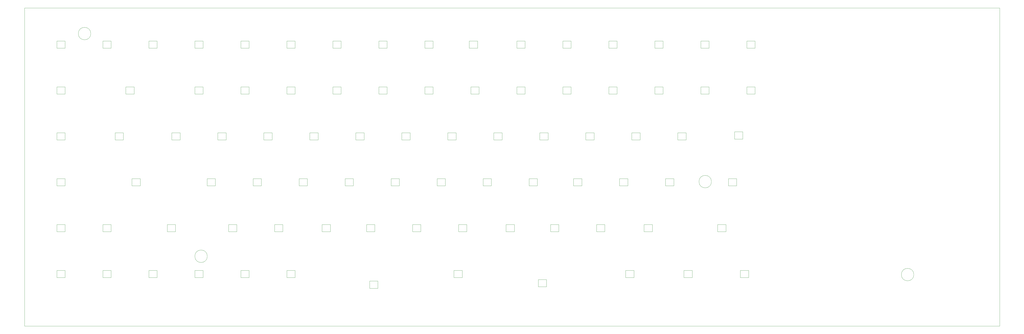
<source format=gm1>
%TF.GenerationSoftware,KiCad,Pcbnew,(5.1.12)-1*%
%TF.CreationDate,2022-01-08T21:51:44+01:00*%
%TF.ProjectId,OLEDUKEY,4f4c4544-554b-4455-992e-6b696361645f,rev?*%
%TF.SameCoordinates,Original*%
%TF.FileFunction,Profile,NP*%
%FSLAX46Y46*%
G04 Gerber Fmt 4.6, Leading zero omitted, Abs format (unit mm)*
G04 Created by KiCad (PCBNEW (5.1.12)-1) date 2022-01-08 21:51:44*
%MOMM*%
%LPD*%
G01*
G04 APERTURE LIST*
%TA.AperFunction,Profile*%
%ADD10C,0.050000*%
%TD*%
%TA.AperFunction,Profile*%
%ADD11C,0.120000*%
%TD*%
G04 APERTURE END LIST*
D10*
X-40640000Y-96520000D02*
X363220000Y-96520000D01*
X-40640000Y35560000D02*
X-40640000Y-96520000D01*
X363220000Y35560000D02*
X-40640000Y35560000D01*
X363220000Y-96520000D02*
X363220000Y35560000D01*
X-13157698Y24892000D02*
G75*
G03*
X-13157698Y24892000I-2590302J0D01*
G01*
X327710302Y-75184000D02*
G75*
G03*
X327710302Y-75184000I-2590302J0D01*
G01*
X243890302Y-36576000D02*
G75*
G03*
X243890302Y-36576000I-2590302J0D01*
G01*
X35102302Y-67564000D02*
G75*
G03*
X35102302Y-67564000I-2590302J0D01*
G01*
D11*
%TO.C,D386*%
X259253140Y-76410332D02*
X255853140Y-76410332D01*
X255853140Y-76410332D02*
X255853140Y-73410332D01*
X259253140Y-73410332D02*
X259253140Y-76410332D01*
X255853140Y-73410332D02*
X259253140Y-73410332D01*
%TO.C,D385*%
X235888000Y-76430000D02*
X232488000Y-76430000D01*
X232488000Y-76430000D02*
X232488000Y-73430000D01*
X235888000Y-73430000D02*
X235888000Y-76430000D01*
X232488000Y-73430000D02*
X235888000Y-73430000D01*
%TO.C,D384*%
X211758000Y-76430000D02*
X208358000Y-76430000D01*
X208358000Y-76430000D02*
X208358000Y-73430000D01*
X211758000Y-73430000D02*
X211758000Y-76430000D01*
X208358000Y-73430000D02*
X211758000Y-73430000D01*
%TO.C,D383*%
X175563000Y-80240000D02*
X172163000Y-80240000D01*
X172163000Y-80240000D02*
X172163000Y-77240000D01*
X175563000Y-77240000D02*
X175563000Y-80240000D01*
X172163000Y-77240000D02*
X175563000Y-77240000D01*
%TO.C,D382*%
X140638000Y-76430000D02*
X137238000Y-76430000D01*
X137238000Y-76430000D02*
X137238000Y-73430000D01*
X140638000Y-73430000D02*
X140638000Y-76430000D01*
X137238000Y-73430000D02*
X140638000Y-73430000D01*
%TO.C,D381*%
X105713000Y-80875000D02*
X102313000Y-80875000D01*
X102313000Y-80875000D02*
X102313000Y-77875000D01*
X105713000Y-77875000D02*
X105713000Y-80875000D01*
X102313000Y-77875000D02*
X105713000Y-77875000D01*
%TO.C,D380*%
X71423000Y-76430000D02*
X68023000Y-76430000D01*
X68023000Y-76430000D02*
X68023000Y-73430000D01*
X71423000Y-73430000D02*
X71423000Y-76430000D01*
X68023000Y-73430000D02*
X71423000Y-73430000D01*
%TO.C,D379*%
X52373000Y-76430000D02*
X48973000Y-76430000D01*
X48973000Y-76430000D02*
X48973000Y-73430000D01*
X52373000Y-73430000D02*
X52373000Y-76430000D01*
X48973000Y-73430000D02*
X52373000Y-73430000D01*
%TO.C,D378*%
X33323000Y-76430000D02*
X29923000Y-76430000D01*
X29923000Y-76430000D02*
X29923000Y-73430000D01*
X33323000Y-73430000D02*
X33323000Y-76430000D01*
X29923000Y-73430000D02*
X33323000Y-73430000D01*
%TO.C,D377*%
X14273000Y-76430000D02*
X10873000Y-76430000D01*
X10873000Y-76430000D02*
X10873000Y-73430000D01*
X14273000Y-73430000D02*
X14273000Y-76430000D01*
X10873000Y-73430000D02*
X14273000Y-73430000D01*
%TO.C,D376*%
X-4777000Y-76430000D02*
X-8177000Y-76430000D01*
X-8177000Y-76430000D02*
X-8177000Y-73430000D01*
X-4777000Y-73430000D02*
X-4777000Y-76430000D01*
X-8177000Y-73430000D02*
X-4777000Y-73430000D01*
%TO.C,D375*%
X-23827000Y-76430000D02*
X-27227000Y-76430000D01*
X-27227000Y-76430000D02*
X-27227000Y-73430000D01*
X-23827000Y-73430000D02*
X-23827000Y-76430000D01*
X-27227000Y-73430000D02*
X-23827000Y-73430000D01*
%TO.C,D374*%
X-23827000Y-57380000D02*
X-27227000Y-57380000D01*
X-27227000Y-57380000D02*
X-27227000Y-54380000D01*
X-23827000Y-54380000D02*
X-23827000Y-57380000D01*
X-27227000Y-54380000D02*
X-23827000Y-54380000D01*
%TO.C,D373*%
X-4777000Y-57380000D02*
X-8177000Y-57380000D01*
X-8177000Y-57380000D02*
X-8177000Y-54380000D01*
X-4777000Y-54380000D02*
X-4777000Y-57380000D01*
X-8177000Y-54380000D02*
X-4777000Y-54380000D01*
%TO.C,D372*%
X21893000Y-57380000D02*
X18493000Y-57380000D01*
X18493000Y-57380000D02*
X18493000Y-54380000D01*
X21893000Y-54380000D02*
X21893000Y-57380000D01*
X18493000Y-54380000D02*
X21893000Y-54380000D01*
%TO.C,D371*%
X47293000Y-57380000D02*
X43893000Y-57380000D01*
X43893000Y-57380000D02*
X43893000Y-54380000D01*
X47293000Y-54380000D02*
X47293000Y-57380000D01*
X43893000Y-54380000D02*
X47293000Y-54380000D01*
%TO.C,D370*%
X66343000Y-57380000D02*
X62943000Y-57380000D01*
X62943000Y-57380000D02*
X62943000Y-54380000D01*
X66343000Y-54380000D02*
X66343000Y-57380000D01*
X62943000Y-54380000D02*
X66343000Y-54380000D01*
%TO.C,D369*%
X86028000Y-57380000D02*
X82628000Y-57380000D01*
X82628000Y-57380000D02*
X82628000Y-54380000D01*
X86028000Y-54380000D02*
X86028000Y-57380000D01*
X82628000Y-54380000D02*
X86028000Y-54380000D01*
%TO.C,D368*%
X104443000Y-57380000D02*
X101043000Y-57380000D01*
X101043000Y-57380000D02*
X101043000Y-54380000D01*
X104443000Y-54380000D02*
X104443000Y-57380000D01*
X101043000Y-54380000D02*
X104443000Y-54380000D01*
%TO.C,D367*%
X123493000Y-57380000D02*
X120093000Y-57380000D01*
X120093000Y-57380000D02*
X120093000Y-54380000D01*
X123493000Y-54380000D02*
X123493000Y-57380000D01*
X120093000Y-54380000D02*
X123493000Y-54380000D01*
%TO.C,D366*%
X142543000Y-57380000D02*
X139143000Y-57380000D01*
X139143000Y-57380000D02*
X139143000Y-54380000D01*
X142543000Y-54380000D02*
X142543000Y-57380000D01*
X139143000Y-54380000D02*
X142543000Y-54380000D01*
%TO.C,D365*%
X162228000Y-57380000D02*
X158828000Y-57380000D01*
X158828000Y-57380000D02*
X158828000Y-54380000D01*
X162228000Y-54380000D02*
X162228000Y-57380000D01*
X158828000Y-54380000D02*
X162228000Y-54380000D01*
%TO.C,D364*%
X180643000Y-57380000D02*
X177243000Y-57380000D01*
X177243000Y-57380000D02*
X177243000Y-54380000D01*
X180643000Y-54380000D02*
X180643000Y-57380000D01*
X177243000Y-54380000D02*
X180643000Y-54380000D01*
%TO.C,D363*%
X199693000Y-57380000D02*
X196293000Y-57380000D01*
X196293000Y-57380000D02*
X196293000Y-54380000D01*
X199693000Y-54380000D02*
X199693000Y-57380000D01*
X196293000Y-54380000D02*
X199693000Y-54380000D01*
%TO.C,D362*%
X219378000Y-57380000D02*
X215978000Y-57380000D01*
X215978000Y-57380000D02*
X215978000Y-54380000D01*
X219378000Y-54380000D02*
X219378000Y-57380000D01*
X215978000Y-54380000D02*
X219378000Y-54380000D01*
%TO.C,D361*%
X249858000Y-57380000D02*
X246458000Y-57380000D01*
X246458000Y-57380000D02*
X246458000Y-54380000D01*
X249858000Y-54380000D02*
X249858000Y-57380000D01*
X246458000Y-54380000D02*
X249858000Y-54380000D01*
%TO.C,D360*%
X254303000Y-38330000D02*
X250903000Y-38330000D01*
X250903000Y-38330000D02*
X250903000Y-35330000D01*
X254303000Y-35330000D02*
X254303000Y-38330000D01*
X250903000Y-35330000D02*
X254303000Y-35330000D01*
%TO.C,D359*%
X228268000Y-38330000D02*
X224868000Y-38330000D01*
X224868000Y-38330000D02*
X224868000Y-35330000D01*
X228268000Y-35330000D02*
X228268000Y-38330000D01*
X224868000Y-35330000D02*
X228268000Y-35330000D01*
%TO.C,D358*%
X209218000Y-38330000D02*
X205818000Y-38330000D01*
X205818000Y-38330000D02*
X205818000Y-35330000D01*
X209218000Y-35330000D02*
X209218000Y-38330000D01*
X205818000Y-35330000D02*
X209218000Y-35330000D01*
%TO.C,D357*%
X190168000Y-38330000D02*
X186768000Y-38330000D01*
X186768000Y-38330000D02*
X186768000Y-35330000D01*
X190168000Y-35330000D02*
X190168000Y-38330000D01*
X186768000Y-35330000D02*
X190168000Y-35330000D01*
%TO.C,D356*%
X171753000Y-38330000D02*
X168353000Y-38330000D01*
X168353000Y-38330000D02*
X168353000Y-35330000D01*
X171753000Y-35330000D02*
X171753000Y-38330000D01*
X168353000Y-35330000D02*
X171753000Y-35330000D01*
%TO.C,D355*%
X152703000Y-38330000D02*
X149303000Y-38330000D01*
X149303000Y-38330000D02*
X149303000Y-35330000D01*
X152703000Y-35330000D02*
X152703000Y-38330000D01*
X149303000Y-35330000D02*
X152703000Y-35330000D01*
%TO.C,D354*%
X133653000Y-38330000D02*
X130253000Y-38330000D01*
X130253000Y-38330000D02*
X130253000Y-35330000D01*
X133653000Y-35330000D02*
X133653000Y-38330000D01*
X130253000Y-35330000D02*
X133653000Y-35330000D01*
%TO.C,D353*%
X114603000Y-38330000D02*
X111203000Y-38330000D01*
X111203000Y-38330000D02*
X111203000Y-35330000D01*
X114603000Y-35330000D02*
X114603000Y-38330000D01*
X111203000Y-35330000D02*
X114603000Y-35330000D01*
%TO.C,D352*%
X95553000Y-38330000D02*
X92153000Y-38330000D01*
X92153000Y-38330000D02*
X92153000Y-35330000D01*
X95553000Y-35330000D02*
X95553000Y-38330000D01*
X92153000Y-35330000D02*
X95553000Y-35330000D01*
%TO.C,D351*%
X76503000Y-38330000D02*
X73103000Y-38330000D01*
X73103000Y-38330000D02*
X73103000Y-35330000D01*
X76503000Y-35330000D02*
X76503000Y-38330000D01*
X73103000Y-35330000D02*
X76503000Y-35330000D01*
%TO.C,D350*%
X57453000Y-38330000D02*
X54053000Y-38330000D01*
X54053000Y-38330000D02*
X54053000Y-35330000D01*
X57453000Y-35330000D02*
X57453000Y-38330000D01*
X54053000Y-35330000D02*
X57453000Y-35330000D01*
%TO.C,D349*%
X38403000Y-38330000D02*
X35003000Y-38330000D01*
X35003000Y-38330000D02*
X35003000Y-35330000D01*
X38403000Y-35330000D02*
X38403000Y-38330000D01*
X35003000Y-35330000D02*
X38403000Y-35330000D01*
%TO.C,D348*%
X7288000Y-38330000D02*
X3888000Y-38330000D01*
X3888000Y-38330000D02*
X3888000Y-35330000D01*
X7288000Y-35330000D02*
X7288000Y-38330000D01*
X3888000Y-35330000D02*
X7288000Y-35330000D01*
%TO.C,D347*%
X-23827000Y-38330000D02*
X-27227000Y-38330000D01*
X-27227000Y-38330000D02*
X-27227000Y-35330000D01*
X-23827000Y-35330000D02*
X-23827000Y-38330000D01*
X-27227000Y-35330000D02*
X-23827000Y-35330000D01*
%TO.C,D346*%
X-23827000Y-19280000D02*
X-27227000Y-19280000D01*
X-27227000Y-19280000D02*
X-27227000Y-16280000D01*
X-23827000Y-16280000D02*
X-23827000Y-19280000D01*
X-27227000Y-16280000D02*
X-23827000Y-16280000D01*
%TO.C,D345*%
X303000Y-19280000D02*
X-3097000Y-19280000D01*
X-3097000Y-19280000D02*
X-3097000Y-16280000D01*
X303000Y-16280000D02*
X303000Y-19280000D01*
X-3097000Y-16280000D02*
X303000Y-16280000D01*
%TO.C,D344*%
X23798000Y-19280000D02*
X20398000Y-19280000D01*
X20398000Y-19280000D02*
X20398000Y-16280000D01*
X23798000Y-16280000D02*
X23798000Y-19280000D01*
X20398000Y-16280000D02*
X23798000Y-16280000D01*
%TO.C,D343*%
X42848000Y-19280000D02*
X39448000Y-19280000D01*
X39448000Y-19280000D02*
X39448000Y-16280000D01*
X42848000Y-16280000D02*
X42848000Y-19280000D01*
X39448000Y-16280000D02*
X42848000Y-16280000D01*
%TO.C,D342*%
X61898000Y-19280000D02*
X58498000Y-19280000D01*
X58498000Y-19280000D02*
X58498000Y-16280000D01*
X61898000Y-16280000D02*
X61898000Y-19280000D01*
X58498000Y-16280000D02*
X61898000Y-16280000D01*
%TO.C,D341*%
X80948000Y-19280000D02*
X77548000Y-19280000D01*
X77548000Y-19280000D02*
X77548000Y-16280000D01*
X80948000Y-16280000D02*
X80948000Y-19280000D01*
X77548000Y-16280000D02*
X80948000Y-16280000D01*
%TO.C,D340*%
X99998000Y-19280000D02*
X96598000Y-19280000D01*
X96598000Y-19280000D02*
X96598000Y-16280000D01*
X99998000Y-16280000D02*
X99998000Y-19280000D01*
X96598000Y-16280000D02*
X99998000Y-16280000D01*
%TO.C,D339*%
X119048000Y-19280000D02*
X115648000Y-19280000D01*
X115648000Y-19280000D02*
X115648000Y-16280000D01*
X119048000Y-16280000D02*
X119048000Y-19280000D01*
X115648000Y-16280000D02*
X119048000Y-16280000D01*
%TO.C,D338*%
X138098000Y-19280000D02*
X134698000Y-19280000D01*
X134698000Y-19280000D02*
X134698000Y-16280000D01*
X138098000Y-16280000D02*
X138098000Y-19280000D01*
X134698000Y-16280000D02*
X138098000Y-16280000D01*
%TO.C,D337*%
X157148000Y-19280000D02*
X153748000Y-19280000D01*
X153748000Y-19280000D02*
X153748000Y-16280000D01*
X157148000Y-16280000D02*
X157148000Y-19280000D01*
X153748000Y-16280000D02*
X157148000Y-16280000D01*
%TO.C,D336*%
X176198000Y-19280000D02*
X172798000Y-19280000D01*
X172798000Y-19280000D02*
X172798000Y-16280000D01*
X176198000Y-16280000D02*
X176198000Y-19280000D01*
X172798000Y-16280000D02*
X176198000Y-16280000D01*
%TO.C,D335*%
X195248000Y-19280000D02*
X191848000Y-19280000D01*
X191848000Y-19280000D02*
X191848000Y-16280000D01*
X195248000Y-16280000D02*
X195248000Y-19280000D01*
X191848000Y-16280000D02*
X195248000Y-16280000D01*
%TO.C,D334*%
X214298000Y-19280000D02*
X210898000Y-19280000D01*
X210898000Y-19280000D02*
X210898000Y-16280000D01*
X214298000Y-16280000D02*
X214298000Y-19280000D01*
X210898000Y-16280000D02*
X214298000Y-16280000D01*
%TO.C,D333*%
X233348000Y-19280000D02*
X229948000Y-19280000D01*
X229948000Y-19280000D02*
X229948000Y-16280000D01*
X233348000Y-16280000D02*
X233348000Y-19280000D01*
X229948000Y-16280000D02*
X233348000Y-16280000D01*
%TO.C,D332*%
X256843000Y-18899000D02*
X253443000Y-18899000D01*
X253443000Y-18899000D02*
X253443000Y-15899000D01*
X256843000Y-15899000D02*
X256843000Y-18899000D01*
X253443000Y-15899000D02*
X256843000Y-15899000D01*
%TO.C,D331*%
X261923000Y-230000D02*
X258523000Y-230000D01*
X258523000Y-230000D02*
X258523000Y2770000D01*
X261923000Y2770000D02*
X261923000Y-230000D01*
X258523000Y2770000D02*
X261923000Y2770000D01*
%TO.C,D330*%
X242873000Y-230000D02*
X239473000Y-230000D01*
X239473000Y-230000D02*
X239473000Y2770000D01*
X242873000Y2770000D02*
X242873000Y-230000D01*
X239473000Y2770000D02*
X242873000Y2770000D01*
%TO.C,D329*%
X223823000Y-230000D02*
X220423000Y-230000D01*
X220423000Y-230000D02*
X220423000Y2770000D01*
X223823000Y2770000D02*
X223823000Y-230000D01*
X220423000Y2770000D02*
X223823000Y2770000D01*
%TO.C,D328*%
X204773000Y-230000D02*
X201373000Y-230000D01*
X201373000Y-230000D02*
X201373000Y2770000D01*
X204773000Y2770000D02*
X204773000Y-230000D01*
X201373000Y2770000D02*
X204773000Y2770000D01*
%TO.C,D327*%
X185723000Y-230000D02*
X182323000Y-230000D01*
X182323000Y-230000D02*
X182323000Y2770000D01*
X185723000Y2770000D02*
X185723000Y-230000D01*
X182323000Y2770000D02*
X185723000Y2770000D01*
%TO.C,D326*%
X166673000Y-230000D02*
X163273000Y-230000D01*
X163273000Y-230000D02*
X163273000Y2770000D01*
X166673000Y2770000D02*
X166673000Y-230000D01*
X163273000Y2770000D02*
X166673000Y2770000D01*
%TO.C,D325*%
X147623000Y-230000D02*
X144223000Y-230000D01*
X144223000Y-230000D02*
X144223000Y2770000D01*
X147623000Y2770000D02*
X147623000Y-230000D01*
X144223000Y2770000D02*
X147623000Y2770000D01*
%TO.C,D324*%
X128573000Y-230000D02*
X125173000Y-230000D01*
X125173000Y-230000D02*
X125173000Y2770000D01*
X128573000Y2770000D02*
X128573000Y-230000D01*
X125173000Y2770000D02*
X128573000Y2770000D01*
%TO.C,D323*%
X109523000Y-230000D02*
X106123000Y-230000D01*
X106123000Y-230000D02*
X106123000Y2770000D01*
X109523000Y2770000D02*
X109523000Y-230000D01*
X106123000Y2770000D02*
X109523000Y2770000D01*
%TO.C,D322*%
X90473000Y-230000D02*
X87073000Y-230000D01*
X87073000Y-230000D02*
X87073000Y2770000D01*
X90473000Y2770000D02*
X90473000Y-230000D01*
X87073000Y2770000D02*
X90473000Y2770000D01*
%TO.C,D321*%
X71423000Y-230000D02*
X68023000Y-230000D01*
X68023000Y-230000D02*
X68023000Y2770000D01*
X71423000Y2770000D02*
X71423000Y-230000D01*
X68023000Y2770000D02*
X71423000Y2770000D01*
%TO.C,D320*%
X52373000Y-230000D02*
X48973000Y-230000D01*
X48973000Y-230000D02*
X48973000Y2770000D01*
X52373000Y2770000D02*
X52373000Y-230000D01*
X48973000Y2770000D02*
X52373000Y2770000D01*
%TO.C,D319*%
X33323000Y-230000D02*
X29923000Y-230000D01*
X29923000Y-230000D02*
X29923000Y2770000D01*
X33323000Y2770000D02*
X33323000Y-230000D01*
X29923000Y2770000D02*
X33323000Y2770000D01*
%TO.C,D318*%
X4748000Y-230000D02*
X1348000Y-230000D01*
X1348000Y-230000D02*
X1348000Y2770000D01*
X4748000Y2770000D02*
X4748000Y-230000D01*
X1348000Y2770000D02*
X4748000Y2770000D01*
%TO.C,D317*%
X-23827000Y-230000D02*
X-27227000Y-230000D01*
X-27227000Y-230000D02*
X-27227000Y2770000D01*
X-23827000Y2770000D02*
X-23827000Y-230000D01*
X-27227000Y2770000D02*
X-23827000Y2770000D01*
%TO.C,D316*%
X-23827000Y18820000D02*
X-27227000Y18820000D01*
X-27227000Y18820000D02*
X-27227000Y21820000D01*
X-23827000Y21820000D02*
X-23827000Y18820000D01*
X-27227000Y21820000D02*
X-23827000Y21820000D01*
%TO.C,D315*%
X-4777000Y18820000D02*
X-8177000Y18820000D01*
X-8177000Y18820000D02*
X-8177000Y21820000D01*
X-4777000Y21820000D02*
X-4777000Y18820000D01*
X-8177000Y21820000D02*
X-4777000Y21820000D01*
%TO.C,D314*%
X14273000Y18820000D02*
X10873000Y18820000D01*
X10873000Y18820000D02*
X10873000Y21820000D01*
X14273000Y21820000D02*
X14273000Y18820000D01*
X10873000Y21820000D02*
X14273000Y21820000D01*
%TO.C,D313*%
X33323000Y18820000D02*
X29923000Y18820000D01*
X29923000Y18820000D02*
X29923000Y21820000D01*
X33323000Y21820000D02*
X33323000Y18820000D01*
X29923000Y21820000D02*
X33323000Y21820000D01*
%TO.C,D312*%
X52373000Y18820000D02*
X48973000Y18820000D01*
X48973000Y18820000D02*
X48973000Y21820000D01*
X52373000Y21820000D02*
X52373000Y18820000D01*
X48973000Y21820000D02*
X52373000Y21820000D01*
%TO.C,D311*%
X71423000Y18820000D02*
X68023000Y18820000D01*
X68023000Y18820000D02*
X68023000Y21820000D01*
X71423000Y21820000D02*
X71423000Y18820000D01*
X68023000Y21820000D02*
X71423000Y21820000D01*
%TO.C,D310*%
X90473000Y18820000D02*
X87073000Y18820000D01*
X87073000Y18820000D02*
X87073000Y21820000D01*
X90473000Y21820000D02*
X90473000Y18820000D01*
X87073000Y21820000D02*
X90473000Y21820000D01*
%TO.C,D309*%
X109523000Y18820000D02*
X106123000Y18820000D01*
X106123000Y18820000D02*
X106123000Y21820000D01*
X109523000Y21820000D02*
X109523000Y18820000D01*
X106123000Y21820000D02*
X109523000Y21820000D01*
%TO.C,D308*%
X128573000Y18820000D02*
X125173000Y18820000D01*
X125173000Y18820000D02*
X125173000Y21820000D01*
X128573000Y21820000D02*
X128573000Y18820000D01*
X125173000Y21820000D02*
X128573000Y21820000D01*
%TO.C,D307*%
X146988000Y18820000D02*
X143588000Y18820000D01*
X143588000Y18820000D02*
X143588000Y21820000D01*
X146988000Y21820000D02*
X146988000Y18820000D01*
X143588000Y21820000D02*
X146988000Y21820000D01*
%TO.C,D306*%
X166673000Y18820000D02*
X163273000Y18820000D01*
X163273000Y18820000D02*
X163273000Y21820000D01*
X166673000Y21820000D02*
X166673000Y18820000D01*
X163273000Y21820000D02*
X166673000Y21820000D01*
%TO.C,D305*%
X185723000Y18820000D02*
X182323000Y18820000D01*
X182323000Y18820000D02*
X182323000Y21820000D01*
X185723000Y21820000D02*
X185723000Y18820000D01*
X182323000Y21820000D02*
X185723000Y21820000D01*
%TO.C,D304*%
X204773000Y18820000D02*
X201373000Y18820000D01*
X201373000Y18820000D02*
X201373000Y21820000D01*
X204773000Y21820000D02*
X204773000Y18820000D01*
X201373000Y21820000D02*
X204773000Y21820000D01*
%TO.C,D303*%
X223823000Y18820000D02*
X220423000Y18820000D01*
X220423000Y18820000D02*
X220423000Y21820000D01*
X223823000Y21820000D02*
X223823000Y18820000D01*
X220423000Y21820000D02*
X223823000Y21820000D01*
%TO.C,D302*%
X242873000Y18820000D02*
X239473000Y18820000D01*
X239473000Y18820000D02*
X239473000Y21820000D01*
X242873000Y21820000D02*
X242873000Y18820000D01*
X239473000Y21820000D02*
X242873000Y21820000D01*
%TO.C,D301*%
X261923000Y18820000D02*
X258523000Y18820000D01*
X258523000Y18820000D02*
X258523000Y21820000D01*
X261923000Y21820000D02*
X261923000Y18820000D01*
X258523000Y21820000D02*
X261923000Y21820000D01*
%TD*%
M02*

</source>
